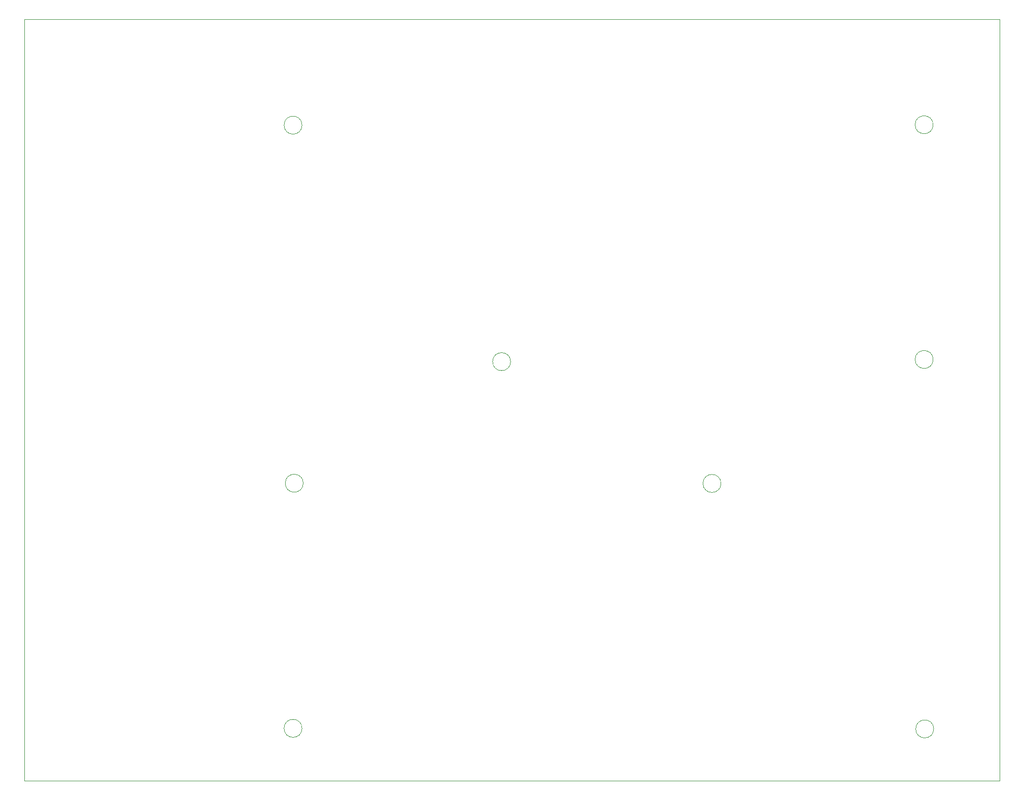
<source format=gbr>
%TF.GenerationSoftware,KiCad,Pcbnew,9.0.2*%
%TF.CreationDate,2025-06-04T15:30:10+02:00*%
%TF.ProjectId,Temp_Sensor_Circuit_Side2,54656d70-5f53-4656-9e73-6f725f436972,rev?*%
%TF.SameCoordinates,Original*%
%TF.FileFunction,Profile,NP*%
%FSLAX46Y46*%
G04 Gerber Fmt 4.6, Leading zero omitted, Abs format (unit mm)*
G04 Created by KiCad (PCBNEW 9.0.2) date 2025-06-04 15:30:10*
%MOMM*%
%LPD*%
G01*
G04 APERTURE LIST*
%TA.AperFunction,Profile*%
%ADD10C,0.050000*%
%TD*%
G04 APERTURE END LIST*
D10*
X35700000Y-38100000D02*
X198400000Y-38100000D01*
X198400000Y-165300000D01*
X35700000Y-165300000D01*
X35700000Y-38100000D01*
%TO.C,U7*%
X82000000Y-156537500D02*
G75*
G02*
X79000000Y-156537500I-1500000J0D01*
G01*
X79000000Y-156537500D02*
G75*
G02*
X82000000Y-156537500I1500000J0D01*
G01*
%TO.C,U8*%
X187400000Y-156637500D02*
G75*
G02*
X184400000Y-156637500I-1500000J0D01*
G01*
X184400000Y-156637500D02*
G75*
G02*
X187400000Y-156637500I1500000J0D01*
G01*
%TO.C,U4*%
X187300000Y-94937500D02*
G75*
G02*
X184300000Y-94937500I-1500000J0D01*
G01*
X184300000Y-94937500D02*
G75*
G02*
X187300000Y-94937500I1500000J0D01*
G01*
%TO.C,U1*%
X82000000Y-55800000D02*
G75*
G02*
X79000000Y-55800000I-1500000J0D01*
G01*
X79000000Y-55800000D02*
G75*
G02*
X82000000Y-55800000I1500000J0D01*
G01*
%TO.C,U5*%
X82200000Y-115600000D02*
G75*
G02*
X79200000Y-115600000I-1500000J0D01*
G01*
X79200000Y-115600000D02*
G75*
G02*
X82200000Y-115600000I1500000J0D01*
G01*
%TO.C,U6*%
X151900000Y-115637500D02*
G75*
G02*
X148900000Y-115637500I-1500000J0D01*
G01*
X148900000Y-115637500D02*
G75*
G02*
X151900000Y-115637500I1500000J0D01*
G01*
%TO.C,U2*%
X187300000Y-55737500D02*
G75*
G02*
X184300000Y-55737500I-1500000J0D01*
G01*
X184300000Y-55737500D02*
G75*
G02*
X187300000Y-55737500I1500000J0D01*
G01*
%TO.C,U3*%
X116800000Y-95300000D02*
G75*
G02*
X113800000Y-95300000I-1500000J0D01*
G01*
X113800000Y-95300000D02*
G75*
G02*
X116800000Y-95300000I1500000J0D01*
G01*
%TD*%
M02*

</source>
